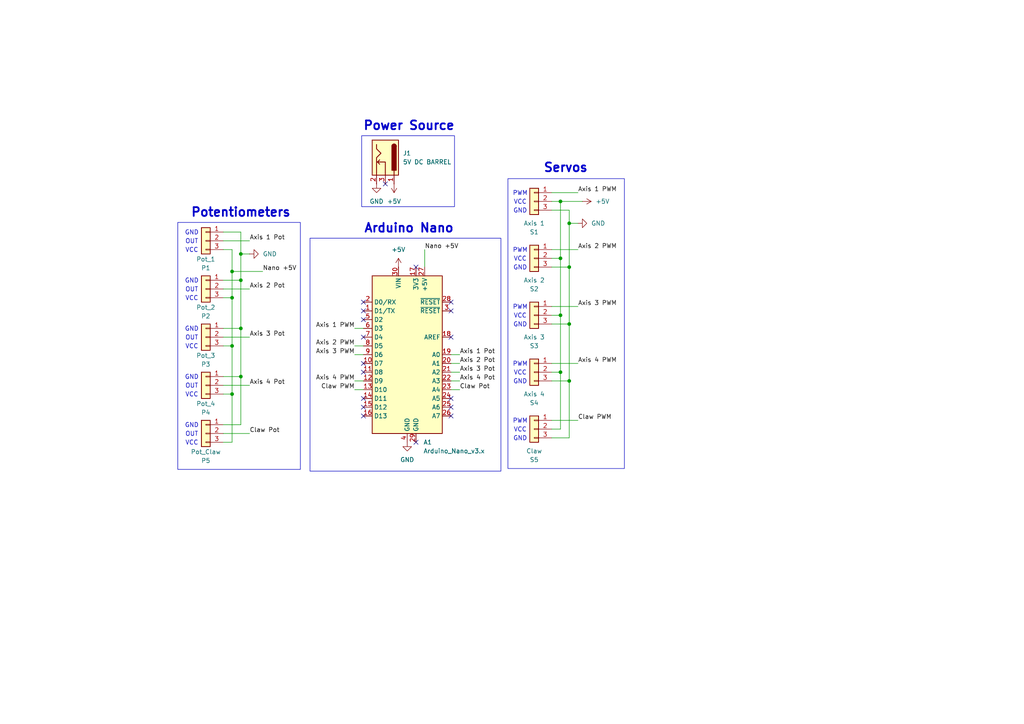
<source format=kicad_sch>
(kicad_sch
	(version 20250114)
	(generator "eeschema")
	(generator_version "9.0")
	(uuid "db0e4650-15ab-4189-a74d-4387421b5e75")
	(paper "A4")
	(lib_symbols
		(symbol "Connector:Barrel_Jack_Switch"
			(pin_names
				(hide yes)
			)
			(exclude_from_sim no)
			(in_bom yes)
			(on_board yes)
			(property "Reference" "J"
				(at 0 5.334 0)
				(effects
					(font
						(size 1.27 1.27)
					)
				)
			)
			(property "Value" "Barrel_Jack_Switch"
				(at 0 -5.08 0)
				(effects
					(font
						(size 1.27 1.27)
					)
				)
			)
			(property "Footprint" ""
				(at 1.27 -1.016 0)
				(effects
					(font
						(size 1.27 1.27)
					)
					(hide yes)
				)
			)
			(property "Datasheet" "~"
				(at 1.27 -1.016 0)
				(effects
					(font
						(size 1.27 1.27)
					)
					(hide yes)
				)
			)
			(property "Description" "DC Barrel Jack with an internal switch"
				(at 0 0 0)
				(effects
					(font
						(size 1.27 1.27)
					)
					(hide yes)
				)
			)
			(property "ki_keywords" "DC power barrel jack connector"
				(at 0 0 0)
				(effects
					(font
						(size 1.27 1.27)
					)
					(hide yes)
				)
			)
			(property "ki_fp_filters" "BarrelJack*"
				(at 0 0 0)
				(effects
					(font
						(size 1.27 1.27)
					)
					(hide yes)
				)
			)
			(symbol "Barrel_Jack_Switch_0_1"
				(rectangle
					(start -5.08 3.81)
					(end 5.08 -3.81)
					(stroke
						(width 0.254)
						(type default)
					)
					(fill
						(type background)
					)
				)
				(polyline
					(pts
						(xy -3.81 -2.54) (xy -2.54 -2.54) (xy -1.27 -1.27) (xy 0 -2.54) (xy 2.54 -2.54) (xy 5.08 -2.54)
					)
					(stroke
						(width 0.254)
						(type default)
					)
					(fill
						(type none)
					)
				)
				(arc
					(start -3.302 1.905)
					(mid -3.9343 2.54)
					(end -3.302 3.175)
					(stroke
						(width 0.254)
						(type default)
					)
					(fill
						(type none)
					)
				)
				(arc
					(start -3.302 1.905)
					(mid -3.9343 2.54)
					(end -3.302 3.175)
					(stroke
						(width 0.254)
						(type default)
					)
					(fill
						(type outline)
					)
				)
				(polyline
					(pts
						(xy 1.27 -2.286) (xy 1.905 -1.651)
					)
					(stroke
						(width 0.254)
						(type default)
					)
					(fill
						(type none)
					)
				)
				(rectangle
					(start 3.683 3.175)
					(end -3.302 1.905)
					(stroke
						(width 0.254)
						(type default)
					)
					(fill
						(type outline)
					)
				)
				(polyline
					(pts
						(xy 5.08 2.54) (xy 3.81 2.54)
					)
					(stroke
						(width 0.254)
						(type default)
					)
					(fill
						(type none)
					)
				)
				(polyline
					(pts
						(xy 5.08 0) (xy 1.27 0) (xy 1.27 -2.286) (xy 0.635 -1.651)
					)
					(stroke
						(width 0.254)
						(type default)
					)
					(fill
						(type none)
					)
				)
			)
			(symbol "Barrel_Jack_Switch_1_1"
				(pin passive line
					(at 7.62 2.54 180)
					(length 2.54)
					(name "~"
						(effects
							(font
								(size 1.27 1.27)
							)
						)
					)
					(number "1"
						(effects
							(font
								(size 1.27 1.27)
							)
						)
					)
				)
				(pin passive line
					(at 7.62 0 180)
					(length 2.54)
					(name "~"
						(effects
							(font
								(size 1.27 1.27)
							)
						)
					)
					(number "3"
						(effects
							(font
								(size 1.27 1.27)
							)
						)
					)
				)
				(pin passive line
					(at 7.62 -2.54 180)
					(length 2.54)
					(name "~"
						(effects
							(font
								(size 1.27 1.27)
							)
						)
					)
					(number "2"
						(effects
							(font
								(size 1.27 1.27)
							)
						)
					)
				)
			)
			(embedded_fonts no)
		)
		(symbol "Connector_Generic:Conn_01x03"
			(pin_names
				(offset 1.016)
				(hide yes)
			)
			(exclude_from_sim no)
			(in_bom yes)
			(on_board yes)
			(property "Reference" "J"
				(at 0 5.08 0)
				(effects
					(font
						(size 1.27 1.27)
					)
				)
			)
			(property "Value" "Conn_01x03"
				(at 0 -5.08 0)
				(effects
					(font
						(size 1.27 1.27)
					)
				)
			)
			(property "Footprint" ""
				(at 0 0 0)
				(effects
					(font
						(size 1.27 1.27)
					)
					(hide yes)
				)
			)
			(property "Datasheet" "~"
				(at 0 0 0)
				(effects
					(font
						(size 1.27 1.27)
					)
					(hide yes)
				)
			)
			(property "Description" "Generic connector, single row, 01x03, script generated (kicad-library-utils/schlib/autogen/connector/)"
				(at 0 0 0)
				(effects
					(font
						(size 1.27 1.27)
					)
					(hide yes)
				)
			)
			(property "ki_keywords" "connector"
				(at 0 0 0)
				(effects
					(font
						(size 1.27 1.27)
					)
					(hide yes)
				)
			)
			(property "ki_fp_filters" "Connector*:*_1x??_*"
				(at 0 0 0)
				(effects
					(font
						(size 1.27 1.27)
					)
					(hide yes)
				)
			)
			(symbol "Conn_01x03_1_1"
				(rectangle
					(start -1.27 3.81)
					(end 1.27 -3.81)
					(stroke
						(width 0.254)
						(type default)
					)
					(fill
						(type background)
					)
				)
				(rectangle
					(start -1.27 2.667)
					(end 0 2.413)
					(stroke
						(width 0.1524)
						(type default)
					)
					(fill
						(type none)
					)
				)
				(rectangle
					(start -1.27 0.127)
					(end 0 -0.127)
					(stroke
						(width 0.1524)
						(type default)
					)
					(fill
						(type none)
					)
				)
				(rectangle
					(start -1.27 -2.413)
					(end 0 -2.667)
					(stroke
						(width 0.1524)
						(type default)
					)
					(fill
						(type none)
					)
				)
				(pin passive line
					(at -5.08 2.54 0)
					(length 3.81)
					(name "Pin_1"
						(effects
							(font
								(size 1.27 1.27)
							)
						)
					)
					(number "1"
						(effects
							(font
								(size 1.27 1.27)
							)
						)
					)
				)
				(pin passive line
					(at -5.08 0 0)
					(length 3.81)
					(name "Pin_2"
						(effects
							(font
								(size 1.27 1.27)
							)
						)
					)
					(number "2"
						(effects
							(font
								(size 1.27 1.27)
							)
						)
					)
				)
				(pin passive line
					(at -5.08 -2.54 0)
					(length 3.81)
					(name "Pin_3"
						(effects
							(font
								(size 1.27 1.27)
							)
						)
					)
					(number "3"
						(effects
							(font
								(size 1.27 1.27)
							)
						)
					)
				)
			)
			(embedded_fonts no)
		)
		(symbol "MCU_Module:Arduino_Nano_v3.x"
			(exclude_from_sim no)
			(in_bom yes)
			(on_board yes)
			(property "Reference" "A"
				(at -10.16 23.495 0)
				(effects
					(font
						(size 1.27 1.27)
					)
					(justify left bottom)
				)
			)
			(property "Value" "Arduino_Nano_v3.x"
				(at 5.08 -24.13 0)
				(effects
					(font
						(size 1.27 1.27)
					)
					(justify left top)
				)
			)
			(property "Footprint" "Module:Arduino_Nano"
				(at 0 0 0)
				(effects
					(font
						(size 1.27 1.27)
						(italic yes)
					)
					(hide yes)
				)
			)
			(property "Datasheet" "http://www.mouser.com/pdfdocs/Gravitech_Arduino_Nano3_0.pdf"
				(at 0 0 0)
				(effects
					(font
						(size 1.27 1.27)
					)
					(hide yes)
				)
			)
			(property "Description" "Arduino Nano v3.x"
				(at 0 0 0)
				(effects
					(font
						(size 1.27 1.27)
					)
					(hide yes)
				)
			)
			(property "ki_keywords" "Arduino nano microcontroller module USB"
				(at 0 0 0)
				(effects
					(font
						(size 1.27 1.27)
					)
					(hide yes)
				)
			)
			(property "ki_fp_filters" "Arduino*Nano*"
				(at 0 0 0)
				(effects
					(font
						(size 1.27 1.27)
					)
					(hide yes)
				)
			)
			(symbol "Arduino_Nano_v3.x_0_1"
				(rectangle
					(start -10.16 22.86)
					(end 10.16 -22.86)
					(stroke
						(width 0.254)
						(type default)
					)
					(fill
						(type background)
					)
				)
			)
			(symbol "Arduino_Nano_v3.x_1_1"
				(pin bidirectional line
					(at -12.7 15.24 0)
					(length 2.54)
					(name "D0/RX"
						(effects
							(font
								(size 1.27 1.27)
							)
						)
					)
					(number "2"
						(effects
							(font
								(size 1.27 1.27)
							)
						)
					)
				)
				(pin bidirectional line
					(at -12.7 12.7 0)
					(length 2.54)
					(name "D1/TX"
						(effects
							(font
								(size 1.27 1.27)
							)
						)
					)
					(number "1"
						(effects
							(font
								(size 1.27 1.27)
							)
						)
					)
				)
				(pin bidirectional line
					(at -12.7 10.16 0)
					(length 2.54)
					(name "D2"
						(effects
							(font
								(size 1.27 1.27)
							)
						)
					)
					(number "5"
						(effects
							(font
								(size 1.27 1.27)
							)
						)
					)
				)
				(pin bidirectional line
					(at -12.7 7.62 0)
					(length 2.54)
					(name "D3"
						(effects
							(font
								(size 1.27 1.27)
							)
						)
					)
					(number "6"
						(effects
							(font
								(size 1.27 1.27)
							)
						)
					)
				)
				(pin bidirectional line
					(at -12.7 5.08 0)
					(length 2.54)
					(name "D4"
						(effects
							(font
								(size 1.27 1.27)
							)
						)
					)
					(number "7"
						(effects
							(font
								(size 1.27 1.27)
							)
						)
					)
				)
				(pin bidirectional line
					(at -12.7 2.54 0)
					(length 2.54)
					(name "D5"
						(effects
							(font
								(size 1.27 1.27)
							)
						)
					)
					(number "8"
						(effects
							(font
								(size 1.27 1.27)
							)
						)
					)
				)
				(pin bidirectional line
					(at -12.7 0 0)
					(length 2.54)
					(name "D6"
						(effects
							(font
								(size 1.27 1.27)
							)
						)
					)
					(number "9"
						(effects
							(font
								(size 1.27 1.27)
							)
						)
					)
				)
				(pin bidirectional line
					(at -12.7 -2.54 0)
					(length 2.54)
					(name "D7"
						(effects
							(font
								(size 1.27 1.27)
							)
						)
					)
					(number "10"
						(effects
							(font
								(size 1.27 1.27)
							)
						)
					)
				)
				(pin bidirectional line
					(at -12.7 -5.08 0)
					(length 2.54)
					(name "D8"
						(effects
							(font
								(size 1.27 1.27)
							)
						)
					)
					(number "11"
						(effects
							(font
								(size 1.27 1.27)
							)
						)
					)
				)
				(pin bidirectional line
					(at -12.7 -7.62 0)
					(length 2.54)
					(name "D9"
						(effects
							(font
								(size 1.27 1.27)
							)
						)
					)
					(number "12"
						(effects
							(font
								(size 1.27 1.27)
							)
						)
					)
				)
				(pin bidirectional line
					(at -12.7 -10.16 0)
					(length 2.54)
					(name "D10"
						(effects
							(font
								(size 1.27 1.27)
							)
						)
					)
					(number "13"
						(effects
							(font
								(size 1.27 1.27)
							)
						)
					)
				)
				(pin bidirectional line
					(at -12.7 -12.7 0)
					(length 2.54)
					(name "D11"
						(effects
							(font
								(size 1.27 1.27)
							)
						)
					)
					(number "14"
						(effects
							(font
								(size 1.27 1.27)
							)
						)
					)
				)
				(pin bidirectional line
					(at -12.7 -15.24 0)
					(length 2.54)
					(name "D12"
						(effects
							(font
								(size 1.27 1.27)
							)
						)
					)
					(number "15"
						(effects
							(font
								(size 1.27 1.27)
							)
						)
					)
				)
				(pin bidirectional line
					(at -12.7 -17.78 0)
					(length 2.54)
					(name "D13"
						(effects
							(font
								(size 1.27 1.27)
							)
						)
					)
					(number "16"
						(effects
							(font
								(size 1.27 1.27)
							)
						)
					)
				)
				(pin power_in line
					(at -2.54 25.4 270)
					(length 2.54)
					(name "VIN"
						(effects
							(font
								(size 1.27 1.27)
							)
						)
					)
					(number "30"
						(effects
							(font
								(size 1.27 1.27)
							)
						)
					)
				)
				(pin power_in line
					(at 0 -25.4 90)
					(length 2.54)
					(name "GND"
						(effects
							(font
								(size 1.27 1.27)
							)
						)
					)
					(number "4"
						(effects
							(font
								(size 1.27 1.27)
							)
						)
					)
				)
				(pin power_out line
					(at 2.54 25.4 270)
					(length 2.54)
					(name "3V3"
						(effects
							(font
								(size 1.27 1.27)
							)
						)
					)
					(number "17"
						(effects
							(font
								(size 1.27 1.27)
							)
						)
					)
				)
				(pin power_in line
					(at 2.54 -25.4 90)
					(length 2.54)
					(name "GND"
						(effects
							(font
								(size 1.27 1.27)
							)
						)
					)
					(number "29"
						(effects
							(font
								(size 1.27 1.27)
							)
						)
					)
				)
				(pin power_out line
					(at 5.08 25.4 270)
					(length 2.54)
					(name "+5V"
						(effects
							(font
								(size 1.27 1.27)
							)
						)
					)
					(number "27"
						(effects
							(font
								(size 1.27 1.27)
							)
						)
					)
				)
				(pin input line
					(at 12.7 15.24 180)
					(length 2.54)
					(name "~{RESET}"
						(effects
							(font
								(size 1.27 1.27)
							)
						)
					)
					(number "28"
						(effects
							(font
								(size 1.27 1.27)
							)
						)
					)
				)
				(pin input line
					(at 12.7 12.7 180)
					(length 2.54)
					(name "~{RESET}"
						(effects
							(font
								(size 1.27 1.27)
							)
						)
					)
					(number "3"
						(effects
							(font
								(size 1.27 1.27)
							)
						)
					)
				)
				(pin input line
					(at 12.7 5.08 180)
					(length 2.54)
					(name "AREF"
						(effects
							(font
								(size 1.27 1.27)
							)
						)
					)
					(number "18"
						(effects
							(font
								(size 1.27 1.27)
							)
						)
					)
				)
				(pin bidirectional line
					(at 12.7 0 180)
					(length 2.54)
					(name "A0"
						(effects
							(font
								(size 1.27 1.27)
							)
						)
					)
					(number "19"
						(effects
							(font
								(size 1.27 1.27)
							)
						)
					)
				)
				(pin bidirectional line
					(at 12.7 -2.54 180)
					(length 2.54)
					(name "A1"
						(effects
							(font
								(size 1.27 1.27)
							)
						)
					)
					(number "20"
						(effects
							(font
								(size 1.27 1.27)
							)
						)
					)
				)
				(pin bidirectional line
					(at 12.7 -5.08 180)
					(length 2.54)
					(name "A2"
						(effects
							(font
								(size 1.27 1.27)
							)
						)
					)
					(number "21"
						(effects
							(font
								(size 1.27 1.27)
							)
						)
					)
				)
				(pin bidirectional line
					(at 12.7 -7.62 180)
					(length 2.54)
					(name "A3"
						(effects
							(font
								(size 1.27 1.27)
							)
						)
					)
					(number "22"
						(effects
							(font
								(size 1.27 1.27)
							)
						)
					)
				)
				(pin bidirectional line
					(at 12.7 -10.16 180)
					(length 2.54)
					(name "A4"
						(effects
							(font
								(size 1.27 1.27)
							)
						)
					)
					(number "23"
						(effects
							(font
								(size 1.27 1.27)
							)
						)
					)
				)
				(pin bidirectional line
					(at 12.7 -12.7 180)
					(length 2.54)
					(name "A5"
						(effects
							(font
								(size 1.27 1.27)
							)
						)
					)
					(number "24"
						(effects
							(font
								(size 1.27 1.27)
							)
						)
					)
				)
				(pin bidirectional line
					(at 12.7 -15.24 180)
					(length 2.54)
					(name "A6"
						(effects
							(font
								(size 1.27 1.27)
							)
						)
					)
					(number "25"
						(effects
							(font
								(size 1.27 1.27)
							)
						)
					)
				)
				(pin bidirectional line
					(at 12.7 -17.78 180)
					(length 2.54)
					(name "A7"
						(effects
							(font
								(size 1.27 1.27)
							)
						)
					)
					(number "26"
						(effects
							(font
								(size 1.27 1.27)
							)
						)
					)
				)
			)
			(embedded_fonts no)
		)
		(symbol "power:+5V"
			(power)
			(pin_numbers
				(hide yes)
			)
			(pin_names
				(offset 0)
				(hide yes)
			)
			(exclude_from_sim no)
			(in_bom yes)
			(on_board yes)
			(property "Reference" "#PWR"
				(at 0 -3.81 0)
				(effects
					(font
						(size 1.27 1.27)
					)
					(hide yes)
				)
			)
			(property "Value" "+5V"
				(at 0 3.556 0)
				(effects
					(font
						(size 1.27 1.27)
					)
				)
			)
			(property "Footprint" ""
				(at 0 0 0)
				(effects
					(font
						(size 1.27 1.27)
					)
					(hide yes)
				)
			)
			(property "Datasheet" ""
				(at 0 0 0)
				(effects
					(font
						(size 1.27 1.27)
					)
					(hide yes)
				)
			)
			(property "Description" "Power symbol creates a global label with name \"+5V\""
				(at 0 0 0)
				(effects
					(font
						(size 1.27 1.27)
					)
					(hide yes)
				)
			)
			(property "ki_keywords" "global power"
				(at 0 0 0)
				(effects
					(font
						(size 1.27 1.27)
					)
					(hide yes)
				)
			)
			(symbol "+5V_0_1"
				(polyline
					(pts
						(xy -0.762 1.27) (xy 0 2.54)
					)
					(stroke
						(width 0)
						(type default)
					)
					(fill
						(type none)
					)
				)
				(polyline
					(pts
						(xy 0 2.54) (xy 0.762 1.27)
					)
					(stroke
						(width 0)
						(type default)
					)
					(fill
						(type none)
					)
				)
				(polyline
					(pts
						(xy 0 0) (xy 0 2.54)
					)
					(stroke
						(width 0)
						(type default)
					)
					(fill
						(type none)
					)
				)
			)
			(symbol "+5V_1_1"
				(pin power_in line
					(at 0 0 90)
					(length 0)
					(name "~"
						(effects
							(font
								(size 1.27 1.27)
							)
						)
					)
					(number "1"
						(effects
							(font
								(size 1.27 1.27)
							)
						)
					)
				)
			)
			(embedded_fonts no)
		)
		(symbol "power:GND"
			(power)
			(pin_numbers
				(hide yes)
			)
			(pin_names
				(offset 0)
				(hide yes)
			)
			(exclude_from_sim no)
			(in_bom yes)
			(on_board yes)
			(property "Reference" "#PWR"
				(at 0 -6.35 0)
				(effects
					(font
						(size 1.27 1.27)
					)
					(hide yes)
				)
			)
			(property "Value" "GND"
				(at 0 -3.81 0)
				(effects
					(font
						(size 1.27 1.27)
					)
				)
			)
			(property "Footprint" ""
				(at 0 0 0)
				(effects
					(font
						(size 1.27 1.27)
					)
					(hide yes)
				)
			)
			(property "Datasheet" ""
				(at 0 0 0)
				(effects
					(font
						(size 1.27 1.27)
					)
					(hide yes)
				)
			)
			(property "Description" "Power symbol creates a global label with name \"GND\" , ground"
				(at 0 0 0)
				(effects
					(font
						(size 1.27 1.27)
					)
					(hide yes)
				)
			)
			(property "ki_keywords" "global power"
				(at 0 0 0)
				(effects
					(font
						(size 1.27 1.27)
					)
					(hide yes)
				)
			)
			(symbol "GND_0_1"
				(polyline
					(pts
						(xy 0 0) (xy 0 -1.27) (xy 1.27 -1.27) (xy 0 -2.54) (xy -1.27 -1.27) (xy 0 -1.27)
					)
					(stroke
						(width 0)
						(type default)
					)
					(fill
						(type none)
					)
				)
			)
			(symbol "GND_1_1"
				(pin power_in line
					(at 0 0 270)
					(length 0)
					(name "~"
						(effects
							(font
								(size 1.27 1.27)
							)
						)
					)
					(number "1"
						(effects
							(font
								(size 1.27 1.27)
							)
						)
					)
				)
			)
			(embedded_fonts no)
		)
	)
	(rectangle
		(start 89.916 69.088)
		(end 145.288 136.652)
		(stroke
			(width 0)
			(type default)
		)
		(fill
			(type none)
		)
		(uuid 38a6ec34-dd85-453e-9d14-200a30d845c6)
	)
	(rectangle
		(start 51.562 64.516)
		(end 87.122 136.144)
		(stroke
			(width 0)
			(type default)
		)
		(fill
			(type none)
		)
		(uuid 70ca4abf-723a-4cc9-bb83-6226b33cda7c)
	)
	(rectangle
		(start 147.32 51.816)
		(end 181.102 135.89)
		(stroke
			(width 0)
			(type default)
		)
		(fill
			(type none)
		)
		(uuid 7329b45d-14ae-41a1-888c-f5a63452c8e1)
	)
	(rectangle
		(start 104.902 39.37)
		(end 131.826 59.944)
		(stroke
			(width 0)
			(type default)
		)
		(fill
			(type none)
		)
		(uuid 7f5ae4b0-8a7d-45f1-a272-e64c99a81f16)
	)
	(text "GND"
		(exclude_from_sim no)
		(at 150.876 61.214 0)
		(effects
			(font
				(size 1.27 1.27)
			)
		)
		(uuid "2767b410-1303-4d44-80ea-44616139cdaf")
	)
	(text "GND"
		(exclude_from_sim no)
		(at 150.876 77.724 0)
		(effects
			(font
				(size 1.27 1.27)
			)
		)
		(uuid "3a074d39-f5d4-4471-9221-961332a00938")
	)
	(text "GND"
		(exclude_from_sim no)
		(at 150.876 127.254 0)
		(effects
			(font
				(size 1.27 1.27)
			)
		)
		(uuid "3b02c48e-bb2e-4384-bb62-d3d2864f60e7")
	)
	(text "PWM"
		(exclude_from_sim no)
		(at 150.876 72.644 0)
		(effects
			(font
				(size 1.27 1.27)
			)
		)
		(uuid "3b2e53f7-cf4c-4f1e-bba0-adefde436a42")
	)
	(text "VCC"
		(exclude_from_sim no)
		(at 150.876 91.694 0)
		(effects
			(font
				(size 1.27 1.27)
			)
		)
		(uuid "3b7445c1-2980-4f58-9d9e-eca4c305a22a")
	)
	(text "VCC"
		(exclude_from_sim no)
		(at 55.626 86.614 0)
		(effects
			(font
				(size 1.27 1.27)
			)
		)
		(uuid "48e71f41-c27e-496b-ba8a-0e99a2e41cea")
	)
	(text "GND"
		(exclude_from_sim no)
		(at 55.626 81.534 0)
		(effects
			(font
				(size 1.27 1.27)
			)
		)
		(uuid "4fa6a1aa-5276-4c3e-a12b-4406919f6a22")
	)
	(text "VCC"
		(exclude_from_sim no)
		(at 55.626 114.554 0)
		(effects
			(font
				(size 1.27 1.27)
			)
		)
		(uuid "52fe9e1a-7b5d-4b93-ba45-51c2a9398c4c")
	)
	(text "VCC"
		(exclude_from_sim no)
		(at 150.876 75.184 0)
		(effects
			(font
				(size 1.27 1.27)
			)
		)
		(uuid "565138f0-13b3-4130-b665-9388299a2b3c")
	)
	(text "GND\n"
		(exclude_from_sim no)
		(at 150.876 110.744 0)
		(effects
			(font
				(size 1.27 1.27)
			)
		)
		(uuid "5e80de80-d56b-4b75-8280-f25108740d76")
	)
	(text "VCC"
		(exclude_from_sim no)
		(at 150.876 124.714 0)
		(effects
			(font
				(size 1.27 1.27)
			)
		)
		(uuid "6fe022cc-9a1d-4b62-a6dc-09654648ce0e")
	)
	(text "Servos\n"
		(exclude_from_sim no)
		(at 164.084 48.768 0)
		(effects
			(font
				(size 2.54 2.54)
				(thickness 0.508)
				(bold yes)
			)
		)
		(uuid "703d1501-c39c-4178-963f-624dbae02ec9")
	)
	(text "VCC"
		(exclude_from_sim no)
		(at 150.876 58.674 0)
		(effects
			(font
				(size 1.27 1.27)
			)
		)
		(uuid "7530f0a9-94c2-4fe6-aefb-be97e70a6ad6")
	)
	(text "Potentiometers"
		(exclude_from_sim no)
		(at 69.85 61.722 0)
		(effects
			(font
				(size 2.54 2.54)
				(thickness 0.508)
				(bold yes)
			)
		)
		(uuid "81ccec90-5868-4a68-918b-53e983bb490e")
	)
	(text "Power Source\n"
		(exclude_from_sim no)
		(at 118.618 36.576 0)
		(effects
			(font
				(size 2.54 2.54)
				(thickness 0.508)
				(bold yes)
			)
		)
		(uuid "82686fd6-162e-408f-bcb4-e69c960f457c")
	)
	(text "OUT"
		(exclude_from_sim no)
		(at 55.626 70.104 0)
		(effects
			(font
				(size 1.27 1.27)
			)
		)
		(uuid "87272741-3112-456b-8192-13158d5f1c9a")
	)
	(text "VCC"
		(exclude_from_sim no)
		(at 150.876 108.204 0)
		(effects
			(font
				(size 1.27 1.27)
			)
		)
		(uuid "888a1e53-0aa0-40f5-8bfc-e77d639e914e")
	)
	(text "OUT"
		(exclude_from_sim no)
		(at 55.626 112.014 0)
		(effects
			(font
				(size 1.27 1.27)
			)
		)
		(uuid "8dc37565-45be-4f2c-a18c-61f5b9064639")
	)
	(text "PWM"
		(exclude_from_sim no)
		(at 150.876 105.664 0)
		(effects
			(font
				(size 1.27 1.27)
			)
		)
		(uuid "91c8fda4-c810-453e-b016-ecec6c52b406")
	)
	(text "OUT"
		(exclude_from_sim no)
		(at 55.626 84.074 0)
		(effects
			(font
				(size 1.27 1.27)
			)
		)
		(uuid "93d9de8e-2496-4265-9b7a-d8c56186ed81")
	)
	(text "OUT"
		(exclude_from_sim no)
		(at 55.626 98.044 0)
		(effects
			(font
				(size 1.27 1.27)
			)
		)
		(uuid "95793a80-3173-45a1-b905-e7a1aab79490")
	)
	(text "GND"
		(exclude_from_sim no)
		(at 55.626 95.504 0)
		(effects
			(font
				(size 1.27 1.27)
			)
		)
		(uuid "ae8f7d56-ac17-4cb2-802f-6aef5fc45f78")
	)
	(text "OUT"
		(exclude_from_sim no)
		(at 55.626 125.984 0)
		(effects
			(font
				(size 1.27 1.27)
			)
		)
		(uuid "c64e3f3e-d6f5-4817-ace1-30cf27805718")
	)
	(text "VCC"
		(exclude_from_sim no)
		(at 55.626 100.584 0)
		(effects
			(font
				(size 1.27 1.27)
			)
		)
		(uuid "d1bbd29f-77d1-4510-be8c-ac67f584c547")
	)
	(text "VCC"
		(exclude_from_sim no)
		(at 55.626 128.524 0)
		(effects
			(font
				(size 1.27 1.27)
			)
		)
		(uuid "d2564a29-5f2a-42e5-80bf-e36b3f99aa61")
	)
	(text "PWM"
		(exclude_from_sim no)
		(at 150.876 89.154 0)
		(effects
			(font
				(size 1.27 1.27)
			)
		)
		(uuid "dc47e037-5b4f-4ae5-bee0-73059629f96b")
	)
	(text "PWM"
		(exclude_from_sim no)
		(at 150.876 122.174 0)
		(effects
			(font
				(size 1.27 1.27)
			)
		)
		(uuid "dcb97fa1-f8e2-4ab7-a09c-35e22b945233")
	)
	(text "GND"
		(exclude_from_sim no)
		(at 55.626 123.444 0)
		(effects
			(font
				(size 1.27 1.27)
			)
		)
		(uuid "e91cd313-2b3c-43b1-b0fc-fc2cb2847b5c")
	)
	(text "GND"
		(exclude_from_sim no)
		(at 150.876 94.234 0)
		(effects
			(font
				(size 1.27 1.27)
			)
		)
		(uuid "e97ff1be-ca2c-45cb-86fb-d5a8a0e685e7")
	)
	(text "VCC"
		(exclude_from_sim no)
		(at 55.626 72.644 0)
		(effects
			(font
				(size 1.27 1.27)
			)
		)
		(uuid "f2f11b16-e610-4d05-90d0-4eedc35582aa")
	)
	(text "Arduino Nano"
		(exclude_from_sim no)
		(at 118.618 66.294 0)
		(effects
			(font
				(size 2.54 2.54)
				(thickness 0.508)
				(bold yes)
			)
		)
		(uuid "f54c3850-f543-43a0-b133-331c7dedc694")
	)
	(text "GND"
		(exclude_from_sim no)
		(at 55.626 67.564 0)
		(effects
			(font
				(size 1.27 1.27)
			)
		)
		(uuid "f959bf18-f7c7-4ee6-84b1-5b64cc212bd7")
	)
	(text "PWM"
		(exclude_from_sim no)
		(at 150.876 56.134 0)
		(effects
			(font
				(size 1.27 1.27)
			)
		)
		(uuid "fc1d1305-cdce-4da1-aaed-f23c956e2fd4")
	)
	(text "GND"
		(exclude_from_sim no)
		(at 55.626 109.474 0)
		(effects
			(font
				(size 1.27 1.27)
			)
		)
		(uuid "ff8359a5-5af2-4f86-ba39-c43eb7b63ad6")
	)
	(junction
		(at 69.85 73.66)
		(diameter 0)
		(color 0 0 0 0)
		(uuid "0748c859-b6d3-4046-960f-8f3ad2641287")
	)
	(junction
		(at 165.1 93.98)
		(diameter 0)
		(color 0 0 0 0)
		(uuid "1c55d8d9-6e30-4a2d-b56e-397df576bc4f")
	)
	(junction
		(at 67.31 86.36)
		(diameter 0)
		(color 0 0 0 0)
		(uuid "2890a953-cf64-480b-ad73-4458ecf7df1c")
	)
	(junction
		(at 69.85 81.28)
		(diameter 0)
		(color 0 0 0 0)
		(uuid "35b6787c-193f-4796-a222-f80c2d8529b1")
	)
	(junction
		(at 67.31 78.74)
		(diameter 0)
		(color 0 0 0 0)
		(uuid "372142d5-491e-4ba5-8342-f7d345ec9be2")
	)
	(junction
		(at 165.1 64.77)
		(diameter 0)
		(color 0 0 0 0)
		(uuid "45ceb875-499c-4fed-823d-d5c97e2ffbd7")
	)
	(junction
		(at 67.31 100.33)
		(diameter 0)
		(color 0 0 0 0)
		(uuid "56f376c4-b4b7-47f6-86e1-d4c8e05a43f7")
	)
	(junction
		(at 162.56 91.44)
		(diameter 0)
		(color 0 0 0 0)
		(uuid "77ae62f6-17ba-4795-95bb-563bfcb622d6")
	)
	(junction
		(at 162.56 74.93)
		(diameter 0)
		(color 0 0 0 0)
		(uuid "8928e482-48c1-4a47-a00d-b0ebc8ab75d3")
	)
	(junction
		(at 69.85 95.25)
		(diameter 0)
		(color 0 0 0 0)
		(uuid "922df728-a3d3-4247-b491-f8456adfd7b4")
	)
	(junction
		(at 165.1 77.47)
		(diameter 0)
		(color 0 0 0 0)
		(uuid "9f06e0c4-857f-4b37-8c81-1fd93e66592c")
	)
	(junction
		(at 69.85 109.22)
		(diameter 0)
		(color 0 0 0 0)
		(uuid "a64e7bbd-7373-4d3d-affa-b9de9f10d20d")
	)
	(junction
		(at 67.31 114.3)
		(diameter 0)
		(color 0 0 0 0)
		(uuid "c9fa9a3f-708e-4015-b7e8-bd153671ef77")
	)
	(junction
		(at 165.1 110.49)
		(diameter 0)
		(color 0 0 0 0)
		(uuid "ccda9085-2793-4373-9d5c-391ec3cd7cd3")
	)
	(junction
		(at 162.56 58.42)
		(diameter 0)
		(color 0 0 0 0)
		(uuid "d338afe9-fe3f-44a1-8bde-898252d0826a")
	)
	(junction
		(at 162.56 107.95)
		(diameter 0)
		(color 0 0 0 0)
		(uuid "f6f8bb4a-2214-48a4-9d2b-8a7333b8bbf1")
	)
	(no_connect
		(at 105.41 92.71)
		(uuid "0b0a82b5-360d-46a3-9e48-b0ec3160d4ae")
	)
	(no_connect
		(at 130.81 115.57)
		(uuid "154d1c54-22a8-41a6-8b68-a718e4ba4911")
	)
	(no_connect
		(at 130.81 118.11)
		(uuid "3585f307-a679-4151-8740-25c16f727088")
	)
	(no_connect
		(at 130.81 90.17)
		(uuid "37724335-8f21-4c94-8be5-87fdff5b737a")
	)
	(no_connect
		(at 130.81 97.79)
		(uuid "6a6a1eec-5924-4c84-b077-aa63ecd166e9")
	)
	(no_connect
		(at 111.76 53.34)
		(uuid "6c02ec09-9940-4d2f-af28-3182d5854225")
	)
	(no_connect
		(at 105.41 118.11)
		(uuid "7023cd4a-6ee0-4730-8810-311934225889")
	)
	(no_connect
		(at 105.41 97.79)
		(uuid "762e967a-618b-4d05-8b89-7bfc3351e442")
	)
	(no_connect
		(at 105.41 120.65)
		(uuid "7788e328-a861-49a4-ab38-50cd41ee86f4")
	)
	(no_connect
		(at 120.65 77.47)
		(uuid "7b32d7d8-61bb-4760-a599-59c8d51c87c1")
	)
	(no_connect
		(at 105.41 105.41)
		(uuid "81a902e2-5bbd-4b31-abb5-59f4c5158428")
	)
	(no_connect
		(at 105.41 115.57)
		(uuid "8dada58d-d2c1-4124-9bc3-4000a35695a6")
	)
	(no_connect
		(at 130.81 87.63)
		(uuid "a4f794c6-4906-41dc-b267-30cf73a8107e")
	)
	(no_connect
		(at 130.81 120.65)
		(uuid "bf1b122a-0922-43b7-994f-3f14b7768998")
	)
	(no_connect
		(at 105.41 107.95)
		(uuid "c696207c-4ebc-4759-b52c-05f525b90d66")
	)
	(no_connect
		(at 120.65 128.27)
		(uuid "d7fb8be6-c30d-4586-8939-ecd2b0d40659")
	)
	(no_connect
		(at 105.41 90.17)
		(uuid "e1008a80-416a-4970-a122-7b7d6ae77fd2")
	)
	(no_connect
		(at 105.41 87.63)
		(uuid "ecb66015-fdf5-4b83-b869-9e85ffd7bb69")
	)
	(wire
		(pts
			(xy 160.02 74.93) (xy 162.56 74.93)
		)
		(stroke
			(width 0)
			(type default)
		)
		(uuid "02f5b481-ac2e-40a2-a0dc-07d86946e947")
	)
	(wire
		(pts
			(xy 67.31 86.36) (xy 67.31 100.33)
		)
		(stroke
			(width 0)
			(type default)
		)
		(uuid "035a018e-45dd-4775-ab6c-53b5ba8edabb")
	)
	(wire
		(pts
			(xy 72.39 73.66) (xy 69.85 73.66)
		)
		(stroke
			(width 0)
			(type default)
		)
		(uuid "03891c9b-37d9-47ed-ab06-ce6f82f07585")
	)
	(wire
		(pts
			(xy 69.85 67.31) (xy 69.85 73.66)
		)
		(stroke
			(width 0)
			(type default)
		)
		(uuid "04213bbb-8799-4354-8846-db5c001de3df")
	)
	(wire
		(pts
			(xy 162.56 124.46) (xy 160.02 124.46)
		)
		(stroke
			(width 0)
			(type default)
		)
		(uuid "08b9d28c-1ede-4d76-933c-38b56f0d8591")
	)
	(wire
		(pts
			(xy 165.1 64.77) (xy 165.1 60.96)
		)
		(stroke
			(width 0)
			(type default)
		)
		(uuid "097a8ad4-93fa-4fb5-95e6-7dfa218aba75")
	)
	(wire
		(pts
			(xy 165.1 93.98) (xy 165.1 110.49)
		)
		(stroke
			(width 0)
			(type default)
		)
		(uuid "1416a6e1-0f4e-497c-83e8-5f2bc3c875f4")
	)
	(wire
		(pts
			(xy 130.81 102.87) (xy 133.35 102.87)
		)
		(stroke
			(width 0)
			(type default)
		)
		(uuid "1744fd6c-f41f-41e1-a82b-b5ba73575158")
	)
	(wire
		(pts
			(xy 72.39 125.73) (xy 64.77 125.73)
		)
		(stroke
			(width 0)
			(type default)
		)
		(uuid "184ad2c2-8861-4506-8932-5a33826b7e0b")
	)
	(wire
		(pts
			(xy 67.31 128.27) (xy 64.77 128.27)
		)
		(stroke
			(width 0)
			(type default)
		)
		(uuid "19af1d17-90d0-4206-bd96-34b506b7ef92")
	)
	(wire
		(pts
			(xy 102.87 102.87) (xy 105.41 102.87)
		)
		(stroke
			(width 0)
			(type default)
		)
		(uuid "1d7e587c-f80c-4ee7-8a9c-0a6f2c2341a0")
	)
	(wire
		(pts
			(xy 130.81 107.95) (xy 133.35 107.95)
		)
		(stroke
			(width 0)
			(type default)
		)
		(uuid "1eac63db-1c6e-49f5-a254-8874cc33c4f4")
	)
	(wire
		(pts
			(xy 160.02 107.95) (xy 162.56 107.95)
		)
		(stroke
			(width 0)
			(type default)
		)
		(uuid "2076a78d-6a31-437d-a2dc-8e61e76d9843")
	)
	(wire
		(pts
			(xy 160.02 58.42) (xy 162.56 58.42)
		)
		(stroke
			(width 0)
			(type default)
		)
		(uuid "21a1bfbf-54af-46ed-b96d-e5011fc0b4d2")
	)
	(wire
		(pts
			(xy 64.77 86.36) (xy 67.31 86.36)
		)
		(stroke
			(width 0)
			(type default)
		)
		(uuid "2a8e0498-a58d-4b00-8552-137abebf07fa")
	)
	(wire
		(pts
			(xy 162.56 107.95) (xy 162.56 124.46)
		)
		(stroke
			(width 0)
			(type default)
		)
		(uuid "2c2072e9-1f45-4a69-9374-183ade96020b")
	)
	(wire
		(pts
			(xy 160.02 88.9) (xy 167.64 88.9)
		)
		(stroke
			(width 0)
			(type default)
		)
		(uuid "2c7f6fe1-483e-4e1d-899b-e7352fc3c81c")
	)
	(wire
		(pts
			(xy 67.31 78.74) (xy 67.31 86.36)
		)
		(stroke
			(width 0)
			(type default)
		)
		(uuid "2fb0c508-a677-45c2-a815-8cae0b698007")
	)
	(wire
		(pts
			(xy 165.1 64.77) (xy 167.64 64.77)
		)
		(stroke
			(width 0)
			(type default)
		)
		(uuid "34e720a5-1dcf-4c96-b66f-fe6832171cdb")
	)
	(wire
		(pts
			(xy 160.02 110.49) (xy 165.1 110.49)
		)
		(stroke
			(width 0)
			(type default)
		)
		(uuid "3af455fe-cccf-49f5-a0dd-4edf5f056cba")
	)
	(wire
		(pts
			(xy 162.56 74.93) (xy 162.56 91.44)
		)
		(stroke
			(width 0)
			(type default)
		)
		(uuid "3bf0b0dd-2659-4f45-9ddb-532d27efb4b1")
	)
	(wire
		(pts
			(xy 72.39 111.76) (xy 64.77 111.76)
		)
		(stroke
			(width 0)
			(type default)
		)
		(uuid "3bf6714a-4f45-4fb1-843b-68d9af1f4174")
	)
	(wire
		(pts
			(xy 160.02 91.44) (xy 162.56 91.44)
		)
		(stroke
			(width 0)
			(type default)
		)
		(uuid "3d74cbda-3f7c-4a91-9450-b35617d54ec8")
	)
	(wire
		(pts
			(xy 160.02 77.47) (xy 165.1 77.47)
		)
		(stroke
			(width 0)
			(type default)
		)
		(uuid "3e3ac1a6-c2e1-4bd8-8e8c-f844957bd06f")
	)
	(wire
		(pts
			(xy 130.81 105.41) (xy 133.35 105.41)
		)
		(stroke
			(width 0)
			(type default)
		)
		(uuid "3f61d8fb-7f5e-4e93-a9be-b591b459b60d")
	)
	(wire
		(pts
			(xy 130.81 110.49) (xy 133.35 110.49)
		)
		(stroke
			(width 0)
			(type default)
		)
		(uuid "44132c56-4062-4eea-a228-7532dc8285b4")
	)
	(wire
		(pts
			(xy 162.56 58.42) (xy 168.91 58.42)
		)
		(stroke
			(width 0)
			(type default)
		)
		(uuid "4a13d968-8678-4a0c-a6ad-5fdb604529a4")
	)
	(wire
		(pts
			(xy 67.31 114.3) (xy 64.77 114.3)
		)
		(stroke
			(width 0)
			(type default)
		)
		(uuid "54dba7ee-e7f4-43cf-831c-ec68e26916e9")
	)
	(wire
		(pts
			(xy 102.87 113.03) (xy 105.41 113.03)
		)
		(stroke
			(width 0)
			(type default)
		)
		(uuid "559a64d3-3bd8-419b-bfd0-9f1710459fa2")
	)
	(wire
		(pts
			(xy 64.77 81.28) (xy 69.85 81.28)
		)
		(stroke
			(width 0)
			(type default)
		)
		(uuid "5f423280-a15e-4d16-90df-776e2ba47678")
	)
	(wire
		(pts
			(xy 69.85 95.25) (xy 64.77 95.25)
		)
		(stroke
			(width 0)
			(type default)
		)
		(uuid "5f4def6b-58f1-4d1e-bd9a-dd52c6fb374b")
	)
	(wire
		(pts
			(xy 165.1 77.47) (xy 165.1 93.98)
		)
		(stroke
			(width 0)
			(type default)
		)
		(uuid "61d2b168-47a5-4fd2-8f2f-b9859b9aa06c")
	)
	(wire
		(pts
			(xy 123.19 72.39) (xy 123.19 77.47)
		)
		(stroke
			(width 0)
			(type default)
		)
		(uuid "66109eaa-fdd3-47b2-85f3-8b15c1db103c")
	)
	(wire
		(pts
			(xy 69.85 95.25) (xy 69.85 109.22)
		)
		(stroke
			(width 0)
			(type default)
		)
		(uuid "6a1e198a-d9cf-4506-9c3d-4b9a02d8a066")
	)
	(wire
		(pts
			(xy 69.85 81.28) (xy 69.85 95.25)
		)
		(stroke
			(width 0)
			(type default)
		)
		(uuid "729d4cc9-9777-4242-bb0f-2c7343b9ba0c")
	)
	(wire
		(pts
			(xy 72.39 69.85) (xy 64.77 69.85)
		)
		(stroke
			(width 0)
			(type default)
		)
		(uuid "7433b34b-540b-4f25-902b-b9926906966a")
	)
	(wire
		(pts
			(xy 165.1 77.47) (xy 165.1 64.77)
		)
		(stroke
			(width 0)
			(type default)
		)
		(uuid "74aad810-4cad-49b6-959c-627d02cef1da")
	)
	(wire
		(pts
			(xy 160.02 127) (xy 165.1 127)
		)
		(stroke
			(width 0)
			(type default)
		)
		(uuid "7f75f2f1-8866-4b73-adc3-01110d7a2bca")
	)
	(wire
		(pts
			(xy 76.2 78.74) (xy 67.31 78.74)
		)
		(stroke
			(width 0)
			(type default)
		)
		(uuid "80b63d1e-9764-4c4f-ae2f-c3b21e8d2328")
	)
	(wire
		(pts
			(xy 69.85 109.22) (xy 69.85 123.19)
		)
		(stroke
			(width 0)
			(type default)
		)
		(uuid "88bc86bc-3df9-43a0-bae5-ac754d37c6ba")
	)
	(wire
		(pts
			(xy 64.77 67.31) (xy 69.85 67.31)
		)
		(stroke
			(width 0)
			(type default)
		)
		(uuid "88d56645-db81-4c76-9969-9dfe981494f2")
	)
	(wire
		(pts
			(xy 160.02 105.41) (xy 167.64 105.41)
		)
		(stroke
			(width 0)
			(type default)
		)
		(uuid "88e56f6a-e27e-443e-9b58-47ad5392972d")
	)
	(wire
		(pts
			(xy 130.81 113.03) (xy 133.35 113.03)
		)
		(stroke
			(width 0)
			(type default)
		)
		(uuid "898e73f6-35f0-44b6-8430-1853f0456cf2")
	)
	(wire
		(pts
			(xy 69.85 123.19) (xy 64.77 123.19)
		)
		(stroke
			(width 0)
			(type default)
		)
		(uuid "89cc5e09-b358-4c88-aa1e-872bac1fb157")
	)
	(wire
		(pts
			(xy 72.39 97.79) (xy 64.77 97.79)
		)
		(stroke
			(width 0)
			(type default)
		)
		(uuid "8d6664e6-8aa4-4d93-b6aa-cf4e03b6eab8")
	)
	(wire
		(pts
			(xy 160.02 72.39) (xy 167.64 72.39)
		)
		(stroke
			(width 0)
			(type default)
		)
		(uuid "8d82b4f5-7cf7-472a-8ece-f6590053a694")
	)
	(wire
		(pts
			(xy 67.31 72.39) (xy 67.31 78.74)
		)
		(stroke
			(width 0)
			(type default)
		)
		(uuid "8f9b3ba8-7676-4264-b893-b23480f35474")
	)
	(wire
		(pts
			(xy 67.31 114.3) (xy 67.31 128.27)
		)
		(stroke
			(width 0)
			(type default)
		)
		(uuid "958f0aaa-83db-4419-9c74-88fc2c421fe0")
	)
	(wire
		(pts
			(xy 162.56 91.44) (xy 162.56 107.95)
		)
		(stroke
			(width 0)
			(type default)
		)
		(uuid "99ed46f7-6dd0-4290-8d06-1f2fd282ac6f")
	)
	(wire
		(pts
			(xy 160.02 121.92) (xy 167.64 121.92)
		)
		(stroke
			(width 0)
			(type default)
		)
		(uuid "9ca5a96c-a285-4b8e-9b8a-e401511cd632")
	)
	(wire
		(pts
			(xy 162.56 58.42) (xy 162.56 74.93)
		)
		(stroke
			(width 0)
			(type default)
		)
		(uuid "a0d10932-2128-4891-9e1c-4c446364d065")
	)
	(wire
		(pts
			(xy 160.02 55.88) (xy 167.64 55.88)
		)
		(stroke
			(width 0)
			(type default)
		)
		(uuid "a19479d9-7c26-40f6-a42b-377715889991")
	)
	(wire
		(pts
			(xy 64.77 100.33) (xy 67.31 100.33)
		)
		(stroke
			(width 0)
			(type default)
		)
		(uuid "a8afe13b-2192-4833-88df-d4f69313addf")
	)
	(wire
		(pts
			(xy 165.1 60.96) (xy 160.02 60.96)
		)
		(stroke
			(width 0)
			(type default)
		)
		(uuid "ac17ba28-5417-44c9-ac8e-a23fe786dc27")
	)
	(wire
		(pts
			(xy 102.87 100.33) (xy 105.41 100.33)
		)
		(stroke
			(width 0)
			(type default)
		)
		(uuid "bd0cc1b0-cb3d-405c-acf7-4f527ee6a453")
	)
	(wire
		(pts
			(xy 102.87 110.49) (xy 105.41 110.49)
		)
		(stroke
			(width 0)
			(type default)
		)
		(uuid "bd896036-481d-4a64-90a8-e393a7d36bdb")
	)
	(wire
		(pts
			(xy 67.31 100.33) (xy 67.31 114.3)
		)
		(stroke
			(width 0)
			(type default)
		)
		(uuid "c8ddd1e0-26b0-44e5-894a-90a06103ca41")
	)
	(wire
		(pts
			(xy 69.85 109.22) (xy 64.77 109.22)
		)
		(stroke
			(width 0)
			(type default)
		)
		(uuid "ca1f32c1-dc04-4bd7-b9dd-bb868f9a3c75")
	)
	(wire
		(pts
			(xy 69.85 73.66) (xy 69.85 81.28)
		)
		(stroke
			(width 0)
			(type default)
		)
		(uuid "cb26936e-bf58-40a9-8de0-ed724a352866")
	)
	(wire
		(pts
			(xy 160.02 93.98) (xy 165.1 93.98)
		)
		(stroke
			(width 0)
			(type default)
		)
		(uuid "cea1273d-994f-496b-95cb-fbf861d56fc3")
	)
	(wire
		(pts
			(xy 102.87 95.25) (xy 105.41 95.25)
		)
		(stroke
			(width 0)
			(type default)
		)
		(uuid "e0bbb5f6-4d8e-41c9-a704-93555e5671c8")
	)
	(wire
		(pts
			(xy 165.1 110.49) (xy 165.1 127)
		)
		(stroke
			(width 0)
			(type default)
		)
		(uuid "e1324494-d1ed-44ac-a7d8-d0cf36c92d9a")
	)
	(wire
		(pts
			(xy 64.77 72.39) (xy 67.31 72.39)
		)
		(stroke
			(width 0)
			(type default)
		)
		(uuid "e269748b-2809-4dbc-a356-cdbeee13fa05")
	)
	(wire
		(pts
			(xy 72.39 83.82) (xy 64.77 83.82)
		)
		(stroke
			(width 0)
			(type default)
		)
		(uuid "fd9caba7-dee1-41a6-b984-f836aef73fa5")
	)
	(label "Nano +5V"
		(at 123.19 72.39 0)
		(effects
			(font
				(size 1.27 1.27)
				(thickness 0.1588)
			)
			(justify left bottom)
		)
		(uuid "0488514a-f459-422a-8d26-65749ab9e376")
	)
	(label "Nano +5V"
		(at 76.2 78.74 0)
		(effects
			(font
				(size 1.27 1.27)
				(thickness 0.1588)
			)
			(justify left bottom)
		)
		(uuid "16050155-89a2-47ea-9a78-73e1882fa963")
	)
	(label "Axis 2 Pot"
		(at 72.39 83.82 0)
		(effects
			(font
				(size 1.27 1.27)
				(thickness 0.1588)
			)
			(justify left bottom)
		)
		(uuid "189db4be-bd2b-4bc1-ab38-1e7c01652054")
	)
	(label "Axis 4 PWM"
		(at 102.87 110.49 180)
		(effects
			(font
				(size 1.27 1.27)
			)
			(justify right bottom)
		)
		(uuid "1defe005-b76a-4e36-87f8-26a923b74ab9")
	)
	(label "Axis 4 Pot"
		(at 72.39 111.76 0)
		(effects
			(font
				(size 1.27 1.27)
				(thickness 0.1588)
			)
			(justify left bottom)
		)
		(uuid "34098ea0-d5d2-48e3-8453-d05e56ed7c1e")
	)
	(label "Axis 4 Pot"
		(at 133.35 110.49 0)
		(effects
			(font
				(size 1.27 1.27)
				(thickness 0.1588)
			)
			(justify left bottom)
		)
		(uuid "41ab2db8-84dd-4862-aae7-a30a0ee6e62d")
	)
	(label "Claw PWM"
		(at 167.64 121.92 0)
		(effects
			(font
				(size 1.27 1.27)
			)
			(justify left bottom)
		)
		(uuid "4d24d9ed-4a2f-4b36-865a-eee055cec4bc")
	)
	(label "Axis 3 Pot"
		(at 133.35 107.95 0)
		(effects
			(font
				(size 1.27 1.27)
				(thickness 0.1588)
			)
			(justify left bottom)
		)
		(uuid "53ca21f2-a508-4c45-bf1c-aed616d15436")
	)
	(label "Claw PWM"
		(at 102.87 113.03 180)
		(effects
			(font
				(size 1.27 1.27)
			)
			(justify right bottom)
		)
		(uuid "575c6e66-9ca1-4dfa-8266-dfc9be6dc97e")
	)
	(label "Axis 3 PWM"
		(at 167.64 88.9 0)
		(effects
			(font
				(size 1.27 1.27)
			)
			(justify left bottom)
		)
		(uuid "74ae75eb-c86b-40fe-ba9b-327143d14ffd")
	)
	(label "Axis 3 PWM"
		(at 102.87 102.87 180)
		(effects
			(font
				(size 1.27 1.27)
			)
			(justify right bottom)
		)
		(uuid "7d6ba7ff-1f5d-43d8-9ed7-a1547caa9dce")
	)
	(label "Axis 1 PWM"
		(at 167.64 55.88 0)
		(effects
			(font
				(size 1.27 1.27)
			)
			(justify left bottom)
		)
		(uuid "8656e5fd-572c-4478-829c-8419d42c8b1a")
	)
	(label "Axis 2 Pot"
		(at 133.35 105.41 0)
		(effects
			(font
				(size 1.27 1.27)
				(thickness 0.1588)
			)
			(justify left bottom)
		)
		(uuid "9e92d51c-485b-4241-b1df-4cd6c776e9a1")
	)
	(label "Axis 2 PWM"
		(at 102.87 100.33 180)
		(effects
			(font
				(size 1.27 1.27)
			)
			(justify right bottom)
		)
		(uuid "acb26d12-ac8a-462d-a12d-d57162a7699a")
	)
	(label "Claw Pot"
		(at 133.35 113.03 0)
		(effects
			(font
				(size 1.27 1.27)
				(thickness 0.1588)
			)
			(justify left bottom)
		)
		(uuid "ad0c9f21-d969-4ec2-9562-09147443f565")
	)
	(label "Axis 1 PWM"
		(at 102.87 95.25 180)
		(effects
			(font
				(size 1.27 1.27)
			)
			(justify right bottom)
		)
		(uuid "ae3203ea-7785-418f-bbf8-84fc9488358d")
	)
	(label "Axis 2 PWM"
		(at 167.64 72.39 0)
		(effects
			(font
				(size 1.27 1.27)
			)
			(justify left bottom)
		)
		(uuid "af1688dc-e790-47e1-9780-e7ca4020e80c")
	)
	(label "Axis 4 PWM"
		(at 167.64 105.41 0)
		(effects
			(font
				(size 1.27 1.27)
			)
			(justify left bottom)
		)
		(uuid "bb3d305b-89f9-4c6f-94af-944518dccb42")
	)
	(label "Claw Pot"
		(at 72.39 125.73 0)
		(effects
			(font
				(size 1.27 1.27)
				(thickness 0.1588)
			)
			(justify left bottom)
		)
		(uuid "be5af962-744c-4db8-a746-59b74c24cbec")
	)
	(label "Axis 3 Pot"
		(at 72.39 97.79 0)
		(effects
			(font
				(size 1.27 1.27)
				(thickness 0.1588)
			)
			(justify left bottom)
		)
		(uuid "bfcc0f15-8dca-4be0-a75d-289a542e51f2")
	)
	(label "Axis 1 Pot"
		(at 72.39 69.85 0)
		(effects
			(font
				(size 1.27 1.27)
				(thickness 0.1588)
			)
			(justify left bottom)
		)
		(uuid "c68d9858-3acd-41bd-803f-67b9b8389a19")
	)
	(label "Axis 1 Pot"
		(at 133.35 102.87 0)
		(effects
			(font
				(size 1.27 1.27)
				(thickness 0.1588)
			)
			(justify left bottom)
		)
		(uuid "f836f13a-35da-47bd-8f78-9c575225ebac")
	)
	(symbol
		(lib_id "Connector_Generic:Conn_01x03")
		(at 59.69 83.82 0)
		(mirror y)
		(unit 1)
		(exclude_from_sim no)
		(in_bom yes)
		(on_board yes)
		(dnp no)
		(uuid "0ee6dc45-0ca3-4ef3-88f5-56a7f530d576")
		(property "Reference" "P2"
			(at 59.69 91.694 0)
			(effects
				(font
					(size 1.27 1.27)
				)
			)
		)
		(property "Value" "Pot_2"
			(at 59.69 89.154 0)
			(effects
				(font
					(size 1.27 1.27)
				)
			)
		)
		(property "Footprint" "Connector_PinHeader_2.54mm:PinHeader_1x03_P2.54mm_Vertical"
			(at 59.69 83.82 0)
			(effects
				(font
					(size 1.27 1.27)
				)
				(hide yes)
			)
		)
		(property "Datasheet" "~"
			(at 59.69 83.82 0)
			(effects
				(font
					(size 1.27 1.27)
				)
				(hide yes)
			)
		)
		(property "Description" "Generic connector, single row, 01x03, script generated (kicad-library-utils/schlib/autogen/connector/)"
			(at 59.69 83.82 0)
			(effects
				(font
					(size 1.27 1.27)
				)
				(hide yes)
			)
		)
		(pin "2"
			(uuid "1a8e9025-3e57-4730-bcbe-70c296920683")
		)
		(pin "3"
			(uuid "df0e6afa-e2e5-463e-ac51-4c2c24772abd")
		)
		(pin "1"
			(uuid "2ed47bd4-dc31-4d0e-a053-951de56a090b")
		)
		(instances
			(project "4 Axis Servo Arm"
				(path "/db0e4650-15ab-4189-a74d-4387421b5e75"
					(reference "P2")
					(unit 1)
				)
			)
		)
	)
	(symbol
		(lib_id "Connector_Generic:Conn_01x03")
		(at 59.69 97.79 0)
		(mirror y)
		(unit 1)
		(exclude_from_sim no)
		(in_bom yes)
		(on_board yes)
		(dnp no)
		(uuid "1c0fbe7e-b21e-44a0-823a-85a8f7ad743b")
		(property "Reference" "P3"
			(at 59.69 105.664 0)
			(effects
				(font
					(size 1.27 1.27)
				)
			)
		)
		(property "Value" "Pot_3"
			(at 59.69 103.124 0)
			(effects
				(font
					(size 1.27 1.27)
				)
			)
		)
		(property "Footprint" "Connector_PinHeader_2.54mm:PinHeader_1x03_P2.54mm_Vertical"
			(at 59.69 97.79 0)
			(effects
				(font
					(size 1.27 1.27)
				)
				(hide yes)
			)
		)
		(property "Datasheet" "~"
			(at 59.69 97.79 0)
			(effects
				(font
					(size 1.27 1.27)
				)
				(hide yes)
			)
		)
		(property "Description" "Generic connector, single row, 01x03, script generated (kicad-library-utils/schlib/autogen/connector/)"
			(at 59.69 97.79 0)
			(effects
				(font
					(size 1.27 1.27)
				)
				(hide yes)
			)
		)
		(pin "2"
			(uuid "73a9d616-104e-412e-907c-28ffb575995a")
		)
		(pin "3"
			(uuid "906e75ac-789c-4caf-b088-722d7fb11594")
		)
		(pin "1"
			(uuid "84dfb774-04d7-4bd7-b87b-0c333941a006")
		)
		(instances
			(project "4 Axis Servo Arm"
				(path "/db0e4650-15ab-4189-a74d-4387421b5e75"
					(reference "P3")
					(unit 1)
				)
			)
		)
	)
	(symbol
		(lib_id "Connector:Barrel_Jack_Switch")
		(at 111.76 45.72 270)
		(unit 1)
		(exclude_from_sim no)
		(in_bom yes)
		(on_board yes)
		(dnp no)
		(fields_autoplaced yes)
		(uuid "2254131d-033e-42e1-bf60-8851181a5683")
		(property "Reference" "J1"
			(at 116.84 44.4499 90)
			(effects
				(font
					(size 1.27 1.27)
				)
				(justify left)
			)
		)
		(property "Value" "5V DC BARREL"
			(at 116.84 46.9899 90)
			(effects
				(font
					(size 1.27 1.27)
				)
				(justify left)
			)
		)
		(property "Footprint" "Connector_BarrelJack:BarrelJack_Horizontal"
			(at 110.744 46.99 0)
			(effects
				(font
					(size 1.27 1.27)
				)
				(hide yes)
			)
		)
		(property "Datasheet" "~"
			(at 110.744 46.99 0)
			(effects
				(font
					(size 1.27 1.27)
				)
				(hide yes)
			)
		)
		(property "Description" "DC Barrel Jack with an internal switch"
			(at 111.76 45.72 0)
			(effects
				(font
					(size 1.27 1.27)
				)
				(hide yes)
			)
		)
		(pin "1"
			(uuid "c931f447-6b11-45d3-a91c-acedaefadbbe")
		)
		(pin "3"
			(uuid "d20d401c-8a30-4276-8387-327a802f09cb")
		)
		(pin "2"
			(uuid "2b4fb362-7de3-4603-8b79-42b4038f7686")
		)
		(instances
			(project ""
				(path "/db0e4650-15ab-4189-a74d-4387421b5e75"
					(reference "J1")
					(unit 1)
				)
			)
		)
	)
	(symbol
		(lib_id "Connector_Generic:Conn_01x03")
		(at 154.94 107.95 0)
		(mirror y)
		(unit 1)
		(exclude_from_sim no)
		(in_bom yes)
		(on_board yes)
		(dnp no)
		(uuid "2d94542b-ee9f-46d6-8738-4bbda48685aa")
		(property "Reference" "S4"
			(at 154.94 116.84 0)
			(effects
				(font
					(size 1.27 1.27)
				)
			)
		)
		(property "Value" "Axis 4"
			(at 154.94 114.3 0)
			(effects
				(font
					(size 1.27 1.27)
				)
			)
		)
		(property "Footprint" "Connector_PinHeader_2.54mm:PinHeader_1x03_P2.54mm_Vertical"
			(at 154.94 107.95 0)
			(effects
				(font
					(size 1.27 1.27)
				)
				(hide yes)
			)
		)
		(property "Datasheet" "~"
			(at 154.94 107.95 0)
			(effects
				(font
					(size 1.27 1.27)
				)
				(hide yes)
			)
		)
		(property "Description" "Generic connector, single row, 01x03, script generated (kicad-library-utils/schlib/autogen/connector/)"
			(at 154.94 107.95 0)
			(effects
				(font
					(size 1.27 1.27)
				)
				(hide yes)
			)
		)
		(pin "1"
			(uuid "ec17bba6-230e-42b3-a359-1cfd5c2edb0d")
		)
		(pin "3"
			(uuid "41e06778-2b18-439a-a40e-2b170aa71c1b")
		)
		(pin "2"
			(uuid "152cb426-b3b1-4296-abc9-e500accc6cbe")
		)
		(instances
			(project "4 Axis Servo Arm"
				(path "/db0e4650-15ab-4189-a74d-4387421b5e75"
					(reference "S4")
					(unit 1)
				)
			)
		)
	)
	(symbol
		(lib_id "power:+5V")
		(at 168.91 58.42 270)
		(unit 1)
		(exclude_from_sim no)
		(in_bom yes)
		(on_board yes)
		(dnp no)
		(fields_autoplaced yes)
		(uuid "3b144630-151a-4d48-b82d-e6222f184454")
		(property "Reference" "#PWR03"
			(at 165.1 58.42 0)
			(effects
				(font
					(size 1.27 1.27)
				)
				(hide yes)
			)
		)
		(property "Value" "+5V"
			(at 172.72 58.4199 90)
			(effects
				(font
					(size 1.27 1.27)
				)
				(justify left)
			)
		)
		(property "Footprint" ""
			(at 168.91 58.42 0)
			(effects
				(font
					(size 1.27 1.27)
				)
				(hide yes)
			)
		)
		(property "Datasheet" ""
			(at 168.91 58.42 0)
			(effects
				(font
					(size 1.27 1.27)
				)
				(hide yes)
			)
		)
		(property "Description" "Power symbol creates a global label with name \"+5V\""
			(at 168.91 58.42 0)
			(effects
				(font
					(size 1.27 1.27)
				)
				(hide yes)
			)
		)
		(pin "1"
			(uuid "1f9f1d58-cddd-4e0c-ab36-bcdea12cc79f")
		)
		(instances
			(project ""
				(path "/db0e4650-15ab-4189-a74d-4387421b5e75"
					(reference "#PWR03")
					(unit 1)
				)
			)
		)
	)
	(symbol
		(lib_id "power:GND")
		(at 109.22 53.34 0)
		(unit 1)
		(exclude_from_sim no)
		(in_bom yes)
		(on_board yes)
		(dnp no)
		(fields_autoplaced yes)
		(uuid "520b0dc5-177c-4a21-acaf-3b9315820f07")
		(property "Reference" "#PWR01"
			(at 109.22 59.69 0)
			(effects
				(font
					(size 1.27 1.27)
				)
				(hide yes)
			)
		)
		(property "Value" "GND"
			(at 109.22 58.42 0)
			(effects
				(font
					(size 1.27 1.27)
				)
			)
		)
		(property "Footprint" ""
			(at 109.22 53.34 0)
			(effects
				(font
					(size 1.27 1.27)
				)
				(hide yes)
			)
		)
		(property "Datasheet" ""
			(at 109.22 53.34 0)
			(effects
				(font
					(size 1.27 1.27)
				)
				(hide yes)
			)
		)
		(property "Description" "Power symbol creates a global label with name \"GND\" , ground"
			(at 109.22 53.34 0)
			(effects
				(font
					(size 1.27 1.27)
				)
				(hide yes)
			)
		)
		(pin "1"
			(uuid "06410bfc-3be4-4f8a-aa6e-ddd49f6d8079")
		)
		(instances
			(project ""
				(path "/db0e4650-15ab-4189-a74d-4387421b5e75"
					(reference "#PWR01")
					(unit 1)
				)
			)
		)
	)
	(symbol
		(lib_id "Connector_Generic:Conn_01x03")
		(at 154.94 124.46 0)
		(mirror y)
		(unit 1)
		(exclude_from_sim no)
		(in_bom yes)
		(on_board yes)
		(dnp no)
		(uuid "5ae05fc6-3f31-4819-8f96-24a6840c13a5")
		(property "Reference" "S5"
			(at 154.94 133.35 0)
			(effects
				(font
					(size 1.27 1.27)
				)
			)
		)
		(property "Value" "Claw"
			(at 154.94 130.81 0)
			(effects
				(font
					(size 1.27 1.27)
				)
			)
		)
		(property "Footprint" "Connector_PinHeader_2.54mm:PinHeader_1x03_P2.54mm_Vertical"
			(at 154.94 124.46 0)
			(effects
				(font
					(size 1.27 1.27)
				)
				(hide yes)
			)
		)
		(property "Datasheet" "~"
			(at 154.94 124.46 0)
			(effects
				(font
					(size 1.27 1.27)
				)
				(hide yes)
			)
		)
		(property "Description" "Generic connector, single row, 01x03, script generated (kicad-library-utils/schlib/autogen/connector/)"
			(at 154.94 124.46 0)
			(effects
				(font
					(size 1.27 1.27)
				)
				(hide yes)
			)
		)
		(pin "1"
			(uuid "4d817d70-e4c8-4ce5-8a1d-cd7a51015ca7")
		)
		(pin "3"
			(uuid "c7738851-a4ac-4538-b2f4-a47ae8b3a055")
		)
		(pin "2"
			(uuid "8bb8d7d4-e97a-4f04-8c05-3023f5b0626a")
		)
		(instances
			(project "4 Axis Servo Arm"
				(path "/db0e4650-15ab-4189-a74d-4387421b5e75"
					(reference "S5")
					(unit 1)
				)
			)
		)
	)
	(symbol
		(lib_id "Connector_Generic:Conn_01x03")
		(at 154.94 91.44 0)
		(mirror y)
		(unit 1)
		(exclude_from_sim no)
		(in_bom yes)
		(on_board yes)
		(dnp no)
		(uuid "64f6f809-3324-44ef-917e-e6cf2b46fd08")
		(property "Reference" "S3"
			(at 154.94 100.33 0)
			(effects
				(font
					(size 1.27 1.27)
				)
			)
		)
		(property "Value" "Axis 3"
			(at 154.94 97.79 0)
			(effects
				(font
					(size 1.27 1.27)
				)
			)
		)
		(property "Footprint" "Connector_PinHeader_2.54mm:PinHeader_1x03_P2.54mm_Vertical"
			(at 154.94 91.44 0)
			(effects
				(font
					(size 1.27 1.27)
				)
				(hide yes)
			)
		)
		(property "Datasheet" "~"
			(at 154.94 91.44 0)
			(effects
				(font
					(size 1.27 1.27)
				)
				(hide yes)
			)
		)
		(property "Description" "Generic connector, single row, 01x03, script generated (kicad-library-utils/schlib/autogen/connector/)"
			(at 154.94 91.44 0)
			(effects
				(font
					(size 1.27 1.27)
				)
				(hide yes)
			)
		)
		(pin "1"
			(uuid "10f45b7b-3afa-45fe-87b4-5aed609706da")
		)
		(pin "3"
			(uuid "dc0649fd-29dd-43db-b95b-9bbc10860b16")
		)
		(pin "2"
			(uuid "883f1ad0-b546-410e-9ca4-3bff622d6439")
		)
		(instances
			(project "4 Axis Servo Arm"
				(path "/db0e4650-15ab-4189-a74d-4387421b5e75"
					(reference "S3")
					(unit 1)
				)
			)
		)
	)
	(symbol
		(lib_id "power:GND")
		(at 167.64 64.77 90)
		(unit 1)
		(exclude_from_sim no)
		(in_bom yes)
		(on_board yes)
		(dnp no)
		(fields_autoplaced yes)
		(uuid "7c11c05c-0291-4c91-a9b7-089e0c70a03c")
		(property "Reference" "#PWR04"
			(at 173.99 64.77 0)
			(effects
				(font
					(size 1.27 1.27)
				)
				(hide yes)
			)
		)
		(property "Value" "GND"
			(at 171.45 64.7699 90)
			(effects
				(font
					(size 1.27 1.27)
				)
				(justify right)
			)
		)
		(property "Footprint" ""
			(at 167.64 64.77 0)
			(effects
				(font
					(size 1.27 1.27)
				)
				(hide yes)
			)
		)
		(property "Datasheet" ""
			(at 167.64 64.77 0)
			(effects
				(font
					(size 1.27 1.27)
				)
				(hide yes)
			)
		)
		(property "Description" "Power symbol creates a global label with name \"GND\" , ground"
			(at 167.64 64.77 0)
			(effects
				(font
					(size 1.27 1.27)
				)
				(hide yes)
			)
		)
		(pin "1"
			(uuid "7ce30280-ce64-4dac-82bf-d581c73938c9")
		)
		(instances
			(project ""
				(path "/db0e4650-15ab-4189-a74d-4387421b5e75"
					(reference "#PWR04")
					(unit 1)
				)
			)
		)
	)
	(symbol
		(lib_id "Connector_Generic:Conn_01x03")
		(at 59.69 69.85 0)
		(mirror y)
		(unit 1)
		(exclude_from_sim no)
		(in_bom yes)
		(on_board yes)
		(dnp no)
		(uuid "7dc9aeef-7fc3-4dab-ad78-9c5489ae691c")
		(property "Reference" "P1"
			(at 59.69 77.724 0)
			(effects
				(font
					(size 1.27 1.27)
				)
			)
		)
		(property "Value" "Pot_1"
			(at 59.69 75.184 0)
			(effects
				(font
					(size 1.27 1.27)
				)
			)
		)
		(property "Footprint" "Connector_PinHeader_2.54mm:PinHeader_1x03_P2.54mm_Vertical"
			(at 59.69 69.85 0)
			(effects
				(font
					(size 1.27 1.27)
				)
				(hide yes)
			)
		)
		(property "Datasheet" "~"
			(at 59.69 69.85 0)
			(effects
				(font
					(size 1.27 1.27)
				)
				(hide yes)
			)
		)
		(property "Description" "Generic connector, single row, 01x03, script generated (kicad-library-utils/schlib/autogen/connector/)"
			(at 59.69 69.85 0)
			(effects
				(font
					(size 1.27 1.27)
				)
				(hide yes)
			)
		)
		(pin "2"
			(uuid "35dba04a-041d-4889-bfac-e1ae9ddbabdc")
		)
		(pin "3"
			(uuid "fe1ef84e-5a16-4f93-aaed-bad1a5312a48")
		)
		(pin "1"
			(uuid "8bfaafb5-5c3e-4374-9b8c-1b52b5a33998")
		)
		(instances
			(project ""
				(path "/db0e4650-15ab-4189-a74d-4387421b5e75"
					(reference "P1")
					(unit 1)
				)
			)
		)
	)
	(symbol
		(lib_id "Connector_Generic:Conn_01x03")
		(at 59.69 125.73 0)
		(mirror y)
		(unit 1)
		(exclude_from_sim no)
		(in_bom yes)
		(on_board yes)
		(dnp no)
		(uuid "8d2090b5-d247-41c5-8a97-54b950ba36b4")
		(property "Reference" "P5"
			(at 59.69 133.604 0)
			(effects
				(font
					(size 1.27 1.27)
				)
			)
		)
		(property "Value" "Pot_Claw"
			(at 59.69 131.064 0)
			(effects
				(font
					(size 1.27 1.27)
				)
			)
		)
		(property "Footprint" "Connector_PinHeader_2.54mm:PinHeader_1x03_P2.54mm_Vertical"
			(at 59.69 125.73 0)
			(effects
				(font
					(size 1.27 1.27)
				)
				(hide yes)
			)
		)
		(property "Datasheet" "~"
			(at 59.69 125.73 0)
			(effects
				(font
					(size 1.27 1.27)
				)
				(hide yes)
			)
		)
		(property "Description" "Generic connector, single row, 01x03, script generated (kicad-library-utils/schlib/autogen/connector/)"
			(at 59.69 125.73 0)
			(effects
				(font
					(size 1.27 1.27)
				)
				(hide yes)
			)
		)
		(pin "2"
			(uuid "18cb8637-9917-4505-af89-e76a79c79225")
		)
		(pin "3"
			(uuid "c3aa1bb6-4ac5-4042-963c-3d4eb84ccfeb")
		)
		(pin "1"
			(uuid "b4237f4c-de8e-40fe-907a-bff45f7cc24a")
		)
		(instances
			(project "4 Axis Servo Arm"
				(path "/db0e4650-15ab-4189-a74d-4387421b5e75"
					(reference "P5")
					(unit 1)
				)
			)
		)
	)
	(symbol
		(lib_id "power:GND")
		(at 118.11 128.27 0)
		(unit 1)
		(exclude_from_sim no)
		(in_bom yes)
		(on_board yes)
		(dnp no)
		(fields_autoplaced yes)
		(uuid "9a09d5f9-ed51-4249-8a49-fd2f5803912f")
		(property "Reference" "#PWR06"
			(at 118.11 134.62 0)
			(effects
				(font
					(size 1.27 1.27)
				)
				(hide yes)
			)
		)
		(property "Value" "GND"
			(at 118.11 133.35 0)
			(effects
				(font
					(size 1.27 1.27)
				)
			)
		)
		(property "Footprint" ""
			(at 118.11 128.27 0)
			(effects
				(font
					(size 1.27 1.27)
				)
				(hide yes)
			)
		)
		(property "Datasheet" ""
			(at 118.11 128.27 0)
			(effects
				(font
					(size 1.27 1.27)
				)
				(hide yes)
			)
		)
		(property "Description" "Power symbol creates a global label with name \"GND\" , ground"
			(at 118.11 128.27 0)
			(effects
				(font
					(size 1.27 1.27)
				)
				(hide yes)
			)
		)
		(pin "1"
			(uuid "deee9858-f200-494c-9e7a-89c08bd767c9")
		)
		(instances
			(project "4 Axis Servo Arm"
				(path "/db0e4650-15ab-4189-a74d-4387421b5e75"
					(reference "#PWR06")
					(unit 1)
				)
			)
		)
	)
	(symbol
		(lib_id "power:+5V")
		(at 114.3 53.34 180)
		(unit 1)
		(exclude_from_sim no)
		(in_bom yes)
		(on_board yes)
		(dnp no)
		(fields_autoplaced yes)
		(uuid "badac30e-a1d1-4afa-bf96-f67c8c8b6ca0")
		(property "Reference" "#PWR02"
			(at 114.3 49.53 0)
			(effects
				(font
					(size 1.27 1.27)
				)
				(hide yes)
			)
		)
		(property "Value" "+5V"
			(at 114.3 58.42 0)
			(effects
				(font
					(size 1.27 1.27)
				)
			)
		)
		(property "Footprint" ""
			(at 114.3 53.34 0)
			(effects
				(font
					(size 1.27 1.27)
				)
				(hide yes)
			)
		)
		(property "Datasheet" ""
			(at 114.3 53.34 0)
			(effects
				(font
					(size 1.27 1.27)
				)
				(hide yes)
			)
		)
		(property "Description" "Power symbol creates a global label with name \"+5V\""
			(at 114.3 53.34 0)
			(effects
				(font
					(size 1.27 1.27)
				)
				(hide yes)
			)
		)
		(pin "1"
			(uuid "80252700-d5f7-4020-8770-e8c30aca998e")
		)
		(instances
			(project ""
				(path "/db0e4650-15ab-4189-a74d-4387421b5e75"
					(reference "#PWR02")
					(unit 1)
				)
			)
		)
	)
	(symbol
		(lib_id "Connector_Generic:Conn_01x03")
		(at 154.94 58.42 0)
		(mirror y)
		(unit 1)
		(exclude_from_sim no)
		(in_bom yes)
		(on_board yes)
		(dnp no)
		(uuid "be359e38-7c48-4254-8cfe-aa4c4fa2d4cb")
		(property "Reference" "S1"
			(at 154.94 67.31 0)
			(effects
				(font
					(size 1.27 1.27)
				)
			)
		)
		(property "Value" "Axis 1"
			(at 154.94 64.77 0)
			(effects
				(font
					(size 1.27 1.27)
				)
			)
		)
		(property "Footprint" "Connector_PinHeader_2.54mm:PinHeader_1x03_P2.54mm_Vertical"
			(at 154.94 58.42 0)
			(effects
				(font
					(size 1.27 1.27)
				)
				(hide yes)
			)
		)
		(property "Datasheet" "~"
			(at 154.94 58.42 0)
			(effects
				(font
					(size 1.27 1.27)
				)
				(hide yes)
			)
		)
		(property "Description" "Generic connector, single row, 01x03, script generated (kicad-library-utils/schlib/autogen/connector/)"
			(at 154.94 58.42 0)
			(effects
				(font
					(size 1.27 1.27)
				)
				(hide yes)
			)
		)
		(pin "1"
			(uuid "242afb0b-ed0b-4ba6-97c0-4b794286a8cc")
		)
		(pin "3"
			(uuid "b2604286-1aff-463f-853a-d950a1befec0")
		)
		(pin "2"
			(uuid "00fb980a-7bd6-4830-8414-33dca832d73a")
		)
		(instances
			(project ""
				(path "/db0e4650-15ab-4189-a74d-4387421b5e75"
					(reference "S1")
					(unit 1)
				)
			)
		)
	)
	(symbol
		(lib_id "MCU_Module:Arduino_Nano_v3.x")
		(at 118.11 102.87 0)
		(unit 1)
		(exclude_from_sim no)
		(in_bom yes)
		(on_board yes)
		(dnp no)
		(uuid "c1d0c5e0-d582-434e-a095-8a85c4355290")
		(property "Reference" "A1"
			(at 122.7933 128.27 0)
			(effects
				(font
					(size 1.27 1.27)
				)
				(justify left)
			)
		)
		(property "Value" "Arduino_Nano_v3.x"
			(at 122.7933 130.81 0)
			(effects
				(font
					(size 1.27 1.27)
				)
				(justify left)
			)
		)
		(property "Footprint" "Module:Arduino_Nano"
			(at 118.11 102.87 0)
			(effects
				(font
					(size 1.27 1.27)
					(italic yes)
				)
				(hide yes)
			)
		)
		(property "Datasheet" "http://www.mouser.com/pdfdocs/Gravitech_Arduino_Nano3_0.pdf"
			(at 118.11 102.87 0)
			(effects
				(font
					(size 1.27 1.27)
				)
				(hide yes)
			)
		)
		(property "Description" "Arduino Nano v3.x"
			(at 118.11 102.87 0)
			(effects
				(font
					(size 1.27 1.27)
				)
				(hide yes)
			)
		)
		(pin "1"
			(uuid "075aa0be-e555-447d-aa7f-3fc44665b1c2")
		)
		(pin "12"
			(uuid "d1f06192-7be3-48cc-8d30-9a9be1bc8f0c")
		)
		(pin "3"
			(uuid "8224da32-4402-427d-b5b5-67b28b4bbfc8")
		)
		(pin "21"
			(uuid "bf2f6ea9-15d0-4548-9153-9c143cbc3d33")
		)
		(pin "7"
			(uuid "81076218-ff95-4ed0-bde6-f200afe92222")
		)
		(pin "28"
			(uuid "703cdebf-4864-4d71-a0f0-aacd1597d711")
		)
		(pin "23"
			(uuid "24e4a85d-a41e-42a4-bbdd-3998ddde3cdb")
		)
		(pin "13"
			(uuid "2e583d7e-25ec-424c-a3cd-d78308330053")
		)
		(pin "6"
			(uuid "e2c76100-c6f6-4de3-ac7e-1acdec8840db")
		)
		(pin "2"
			(uuid "1439174f-0ce4-4725-862c-2523110fa7af")
		)
		(pin "11"
			(uuid "a2d680af-28a4-46d8-b04e-5c5445e34f2a")
		)
		(pin "17"
			(uuid "ff3b94f6-9287-4931-8c7c-1fe1a08d5438")
		)
		(pin "9"
			(uuid "2d4bec64-d231-4c7c-8dd3-f2a4368eb106")
		)
		(pin "10"
			(uuid "7865a2bd-987f-4358-9a00-8f3e4b2dbed2")
		)
		(pin "5"
			(uuid "7a5cc5d3-3e25-42ec-bcb8-f6da4d518ea7")
		)
		(pin "15"
			(uuid "32edc12f-e15a-42fc-8683-5c0d50385d4d")
		)
		(pin "30"
			(uuid "20a3ccf2-52d1-43a3-876f-e8226512e9d4")
		)
		(pin "18"
			(uuid "54b8709b-0e7d-4c0c-a7f5-235d9c11d563")
		)
		(pin "19"
			(uuid "83075a92-1511-4976-a832-cc65946d77c8")
		)
		(pin "14"
			(uuid "da5ba60c-66a8-452a-8cc1-ad1a85e68fc1")
		)
		(pin "8"
			(uuid "e769e425-0cf2-4e59-93f1-d40d5dd2e20a")
		)
		(pin "16"
			(uuid "8de18e1e-360a-4e96-a034-7eb86b188c46")
		)
		(pin "4"
			(uuid "8b6f3d0b-05e4-4b8f-b254-f7285cc4e0ec")
		)
		(pin "27"
			(uuid "2bfbd096-d5fb-40fc-8a50-42c8de3e74fe")
		)
		(pin "29"
			(uuid "5771155e-3256-433a-990f-41b994fa4d12")
		)
		(pin "20"
			(uuid "19506821-56f6-4528-b94d-93b02de218d2")
		)
		(pin "22"
			(uuid "890af4f1-92c6-43c3-a359-0293a9166270")
		)
		(pin "25"
			(uuid "acf70371-5b2b-44ea-bffa-fb547a01be3d")
		)
		(pin "24"
			(uuid "f499fbf2-9805-4697-80a9-403587456a40")
		)
		(pin "26"
			(uuid "0a69f318-a7b9-4357-b4c5-84b3452c263d")
		)
		(instances
			(project ""
				(path "/db0e4650-15ab-4189-a74d-4387421b5e75"
					(reference "A1")
					(unit 1)
				)
			)
		)
	)
	(symbol
		(lib_id "Connector_Generic:Conn_01x03")
		(at 59.69 111.76 0)
		(mirror y)
		(unit 1)
		(exclude_from_sim no)
		(in_bom yes)
		(on_board yes)
		(dnp no)
		(uuid "ccbfcef8-6590-4b07-a4e6-86f89c24ee72")
		(property "Reference" "P4"
			(at 59.69 119.634 0)
			(effects
				(font
					(size 1.27 1.27)
				)
			)
		)
		(property "Value" "Pot_4"
			(at 59.69 117.094 0)
			(effects
				(font
					(size 1.27 1.27)
				)
			)
		)
		(property "Footprint" "Connector_PinHeader_2.54mm:PinHeader_1x03_P2.54mm_Vertical"
			(at 59.69 111.76 0)
			(effects
				(font
					(size 1.27 1.27)
				)
				(hide yes)
			)
		)
		(property "Datasheet" "~"
			(at 59.69 111.76 0)
			(effects
				(font
					(size 1.27 1.27)
				)
				(hide yes)
			)
		)
		(property "Description" "Generic connector, single row, 01x03, script generated (kicad-library-utils/schlib/autogen/connector/)"
			(at 59.69 111.76 0)
			(effects
				(font
					(size 1.27 1.27)
				)
				(hide yes)
			)
		)
		(pin "2"
			(uuid "69db0827-c832-4c4b-b01e-0a2ee94d0f28")
		)
		(pin "3"
			(uuid "641cfd4c-1a33-44b3-9918-84d461cd54a9")
		)
		(pin "1"
			(uuid "65ce8bf8-64ab-4ab0-965c-a08cc086e6fc")
		)
		(instances
			(project "4 Axis Servo Arm"
				(path "/db0e4650-15ab-4189-a74d-4387421b5e75"
					(reference "P4")
					(unit 1)
				)
			)
		)
	)
	(symbol
		(lib_id "power:GND")
		(at 72.39 73.66 90)
		(mirror x)
		(unit 1)
		(exclude_from_sim no)
		(in_bom yes)
		(on_board yes)
		(dnp no)
		(fields_autoplaced yes)
		(uuid "d87bb138-f79a-4c0a-88f0-4b2132f2e218")
		(property "Reference" "#PWR07"
			(at 78.74 73.66 0)
			(effects
				(font
					(size 1.27 1.27)
				)
				(hide yes)
			)
		)
		(property "Value" "GND"
			(at 76.2 73.6599 90)
			(effects
				(font
					(size 1.27 1.27)
				)
				(justify right)
			)
		)
		(property "Footprint" ""
			(at 72.39 73.66 0)
			(effects
				(font
					(size 1.27 1.27)
				)
				(hide yes)
			)
		)
		(property "Datasheet" ""
			(at 72.39 73.66 0)
			(effects
				(font
					(size 1.27 1.27)
				)
				(hide yes)
			)
		)
		(property "Description" "Power symbol creates a global label with name \"GND\" , ground"
			(at 72.39 73.66 0)
			(effects
				(font
					(size 1.27 1.27)
				)
				(hide yes)
			)
		)
		(pin "1"
			(uuid "c958d2c1-9b4b-44ce-b810-8bb82fcfb5bc")
		)
		(instances
			(project "4 Axis Servo Arm"
				(path "/db0e4650-15ab-4189-a74d-4387421b5e75"
					(reference "#PWR07")
					(unit 1)
				)
			)
		)
	)
	(symbol
		(lib_id "Connector_Generic:Conn_01x03")
		(at 154.94 74.93 0)
		(mirror y)
		(unit 1)
		(exclude_from_sim no)
		(in_bom yes)
		(on_board yes)
		(dnp no)
		(uuid "dbd8062b-fada-4272-8ca8-25812a88eaf3")
		(property "Reference" "S2"
			(at 154.94 83.82 0)
			(effects
				(font
					(size 1.27 1.27)
				)
			)
		)
		(property "Value" "Axis 2"
			(at 154.94 81.28 0)
			(effects
				(font
					(size 1.27 1.27)
				)
			)
		)
		(property "Footprint" "Connector_PinHeader_2.54mm:PinHeader_1x03_P2.54mm_Vertical"
			(at 154.94 74.93 0)
			(effects
				(font
					(size 1.27 1.27)
				)
				(hide yes)
			)
		)
		(property "Datasheet" "~"
			(at 154.94 74.93 0)
			(effects
				(font
					(size 1.27 1.27)
				)
				(hide yes)
			)
		)
		(property "Description" "Generic connector, single row, 01x03, script generated (kicad-library-utils/schlib/autogen/connector/)"
			(at 154.94 74.93 0)
			(effects
				(font
					(size 1.27 1.27)
				)
				(hide yes)
			)
		)
		(pin "1"
			(uuid "23ffe73d-13ff-4b27-8189-96f9713a8f6b")
		)
		(pin "3"
			(uuid "9cc5ec58-e405-4105-a887-9d85915a1047")
		)
		(pin "2"
			(uuid "0571b7bc-ca95-430b-8f70-491ff1df7b51")
		)
		(instances
			(project "4 Axis Servo Arm"
				(path "/db0e4650-15ab-4189-a74d-4387421b5e75"
					(reference "S2")
					(unit 1)
				)
			)
		)
	)
	(symbol
		(lib_id "power:+5V")
		(at 115.57 77.47 0)
		(unit 1)
		(exclude_from_sim no)
		(in_bom yes)
		(on_board yes)
		(dnp no)
		(fields_autoplaced yes)
		(uuid "e346ae2d-847c-4907-8c3f-7efd77220748")
		(property "Reference" "#PWR05"
			(at 115.57 81.28 0)
			(effects
				(font
					(size 1.27 1.27)
				)
				(hide yes)
			)
		)
		(property "Value" "+5V"
			(at 115.57 72.39 0)
			(effects
				(font
					(size 1.27 1.27)
				)
			)
		)
		(property "Footprint" ""
			(at 115.57 77.47 0)
			(effects
				(font
					(size 1.27 1.27)
				)
				(hide yes)
			)
		)
		(property "Datasheet" ""
			(at 115.57 77.47 0)
			(effects
				(font
					(size 1.27 1.27)
				)
				(hide yes)
			)
		)
		(property "Description" "Power symbol creates a global label with name \"+5V\""
			(at 115.57 77.47 0)
			(effects
				(font
					(size 1.27 1.27)
				)
				(hide yes)
			)
		)
		(pin "1"
			(uuid "9f3373cf-dab7-4957-9252-424977d242f2")
		)
		(instances
			(project "4 Axis Servo Arm"
				(path "/db0e4650-15ab-4189-a74d-4387421b5e75"
					(reference "#PWR05")
					(unit 1)
				)
			)
		)
	)
	(sheet_instances
		(path "/"
			(page "1")
		)
	)
	(embedded_fonts no)
)

</source>
